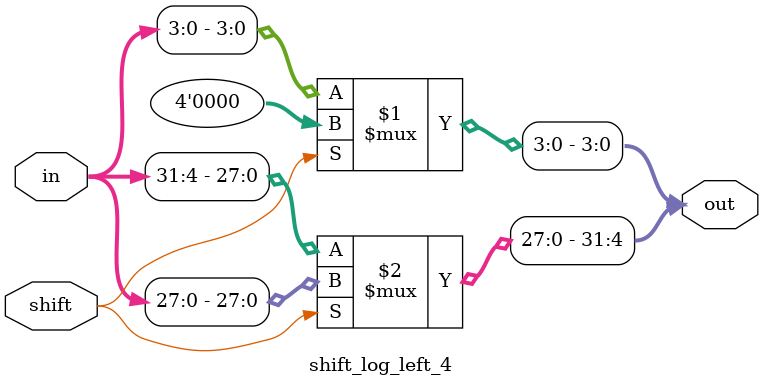
<source format=v>
module shift_log_left_4(out, in, shift);
    // logical shift pad with zeros
    input [31:0] in;
    input shift;
    output [31:0] out;

    assign out[3:0] = shift ? 4'b0000 : in[3:0];
    assign out[31:4] = shift ? in[27:0] : in[31:4];
endmodule

</source>
